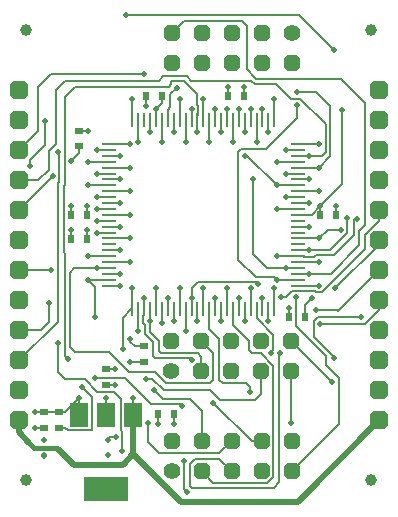
<source format=gbl>
G04 Layer_Physical_Order=4*
G04 Layer_Color=16711680*
%FSLAX44Y44*%
%MOMM*%
G71*
G01*
G75*
%ADD10R,0.8000X0.6000*%
%ADD11C,0.2000*%
G04:AMPARAMS|DCode=12|XSize=1.6002mm|YSize=1.6002mm|CornerRadius=0mm|HoleSize=0mm|Usage=FLASHONLY|Rotation=270.000|XOffset=0mm|YOffset=0mm|HoleType=Round|Shape=Octagon|*
%AMOCTAGOND12*
4,1,8,-0.4001,-0.8001,0.4001,-0.8001,0.8001,-0.4001,0.8001,0.4001,0.4001,0.8001,-0.4001,0.8001,-0.8001,0.4001,-0.8001,-0.4001,-0.4001,-0.8001,0.0*
%
%ADD12OCTAGOND12*%

%ADD13C,1.0000*%
G04:AMPARAMS|DCode=14|XSize=1.4mm|YSize=1.4mm|CornerRadius=0mm|HoleSize=0mm|Usage=FLASHONLY|Rotation=180.000|XOffset=0mm|YOffset=0mm|HoleType=Round|Shape=Octagon|*
%AMOCTAGOND14*
4,1,8,-0.7000,0.3500,-0.7000,-0.3500,-0.3500,-0.7000,0.3500,-0.7000,0.7000,-0.3500,0.7000,0.3500,0.3500,0.7000,-0.3500,0.7000,-0.7000,0.3500,0.0*
%
%ADD14OCTAGOND14*%

%ADD15C,1.4000*%
%ADD16C,0.5000*%
%ADD25R,0.2498X1.1998*%
%ADD26R,1.1998X0.2498*%
%ADD27R,1.4986X2.0066*%
%ADD28R,3.8100X2.0066*%
%ADD29R,0.6000X0.8000*%
%ADD30C,0.5000*%
%ADD31C,0.4000*%
D10*
X34290Y83058D02*
D03*
Y69596D02*
D03*
X86360Y106426D02*
D03*
Y119888D02*
D03*
X63500Y321564D02*
D03*
Y308102D02*
D03*
X118750Y125396D02*
D03*
Y138858D02*
D03*
X46990Y83058D02*
D03*
Y69596D02*
D03*
D11*
X57000Y296000D02*
X63500Y302500D01*
X51474Y275355D02*
Y349625D01*
X50546Y274427D02*
X51474Y275355D01*
Y349625D02*
X60452Y358603D01*
X63500Y302500D02*
Y308102D01*
X106500Y125750D02*
X118396D01*
X118750Y125396D01*
X100500Y136500D02*
Y163193D01*
X107506Y170199D01*
X107000Y142838D02*
Y145000D01*
X119380Y149722D02*
X126246Y142856D01*
X123849Y150911D02*
X131064Y143695D01*
X123849Y150911D02*
Y160430D01*
X131064Y135232D02*
Y143695D01*
X119380Y149722D02*
Y157181D01*
X126246Y131019D02*
Y142856D01*
Y131019D02*
X128278Y128987D01*
X157988D01*
X131064Y135232D02*
X133096Y133200D01*
X164100D01*
X118110Y158451D02*
X119380Y157181D01*
X118110Y158451D02*
Y165563D01*
X107000Y142838D02*
X110980Y138858D01*
X128850Y339970D02*
X133604Y344724D01*
Y350520D01*
X152229Y414229D02*
X201521D01*
X205486Y410264D01*
Y373589D02*
Y410264D01*
X230413Y361250D02*
X243071Y348592D01*
X212168Y361250D02*
X230413D01*
X209481Y363937D02*
X212168Y361250D01*
X158129Y363937D02*
X209481D01*
X285199Y365250D02*
X305728Y344721D01*
X213825Y365250D02*
X285199D01*
X205486Y373589D02*
X213825Y365250D01*
X233172Y23750D02*
Y132797D01*
X228472Y19050D02*
X233172Y23750D01*
X158900Y19050D02*
X228472D01*
X177350Y23050D02*
X222893D01*
X167350Y33050D02*
X177350Y23050D01*
X222893D02*
X228150Y28307D01*
X210312Y133200D02*
X217243D01*
X228150Y122293D01*
Y28307D02*
Y122293D01*
X157226Y20724D02*
X158900Y19050D01*
X247512Y155795D02*
Y180259D01*
Y155795D02*
X272470Y130837D01*
X263451Y185759D02*
X264509Y184700D01*
X243981Y185759D02*
X263451D01*
X238981Y180759D02*
X243981Y185759D01*
X234511Y180759D02*
X238981D01*
X262470Y160475D02*
X265692Y163697D01*
X262470Y146494D02*
Y160475D01*
Y146494D02*
X279146Y129818D01*
X265692Y163697D02*
X302172D01*
X302260Y163785D01*
X282800Y168500D02*
X317500Y203200D01*
X264263Y169258D02*
X282042D01*
X282800Y168500D01*
X254508Y173504D02*
X261013Y180009D01*
X254508Y163830D02*
Y173504D01*
X264509Y184700D02*
X269066D01*
X280670Y188169D02*
X317500Y224999D01*
X267970Y158197D02*
X306070D01*
X305307Y220941D02*
Y233035D01*
X269066Y184700D02*
X305307Y220941D01*
X133750Y158500D02*
Y170099D01*
X133849Y170199D01*
X123849Y160430D02*
Y170199D01*
X37775Y304475D02*
X43688Y310388D01*
X37775Y288525D02*
Y304475D01*
X28650Y279400D02*
X37775Y288525D01*
X12700Y279400D02*
X28650D01*
X22000Y291500D02*
Y296529D01*
X34544Y309073D01*
X12700Y254000D02*
X41402Y282702D01*
X46902Y278412D02*
Y302303D01*
X118110Y165563D02*
X118850D01*
X163850Y334981D02*
X164592D01*
X267716Y257312D02*
X286512Y276108D01*
X260604Y250200D02*
X267716Y257312D01*
Y257960D01*
Y250190D02*
Y257312D01*
X296806Y233515D02*
Y247097D01*
X51983Y83058D02*
X63754Y94830D01*
X34290Y83058D02*
X46990D01*
X26416D02*
X26520D01*
X158850Y179968D02*
Y188015D01*
X164471Y193636D01*
X213481D01*
X215138Y191979D01*
X272470Y123058D02*
Y130837D01*
Y123058D02*
X283718Y111810D01*
Y73218D02*
Y111810D01*
X243550Y33050D02*
X283718Y73218D01*
X152146Y17989D02*
X154686Y15449D01*
X152146Y17989D02*
Y41611D01*
X127079Y102180D02*
X134969Y94291D01*
X157378D01*
X167350Y84319D01*
Y58450D02*
Y84319D01*
X118850Y165563D02*
Y170199D01*
X157988Y128987D02*
X159512Y127463D01*
X217900Y98475D02*
Y117800D01*
X212954Y93529D02*
X217900Y98475D01*
X182778Y93529D02*
X212954D01*
X174498Y101809D02*
X182778Y93529D01*
X135382Y101809D02*
X174498D01*
X125730Y111461D02*
X135382Y101809D01*
X120544Y111461D02*
X125730D01*
X233172Y132797D02*
X233680Y133305D01*
X157226Y20724D02*
Y39071D01*
X161544Y43389D01*
X182411D01*
X192750Y33050D01*
X279146Y129241D02*
Y129818D01*
X225806Y133305D02*
X228092Y135591D01*
Y148291D01*
X213851Y162532D02*
X228092Y148291D01*
X213851Y162532D02*
Y170199D01*
X317500Y224999D02*
Y228600D01*
X142200Y404200D02*
X152229Y414229D01*
X305728Y241535D02*
Y344721D01*
X300806Y236613D02*
X305728Y241535D01*
X300806Y224309D02*
Y236613D01*
X276697Y200200D02*
X300806Y224309D01*
X258620Y200200D02*
X276697D01*
X228477Y197636D02*
X230914Y195199D01*
X213037Y197636D02*
X228477D01*
X198374Y212299D02*
X213037Y197636D01*
X198374Y212299D02*
Y303739D01*
X200406Y305771D01*
X221488D01*
X247904Y332187D01*
Y342855D01*
X243300Y143200D02*
X278130Y108370D01*
X100330Y50501D02*
Y66503D01*
X98806Y68027D02*
X100330Y66503D01*
X98806Y68027D02*
Y94443D01*
X92823Y100426D02*
X98806Y94443D01*
X78994Y100426D02*
X92823D01*
X68420Y111000D02*
X78994Y100426D01*
X51816Y111000D02*
X68420D01*
X45466Y117350D02*
X51816Y111000D01*
X45466Y117350D02*
Y141433D01*
X76708Y163531D02*
Y189403D01*
X70912Y195199D02*
X76708Y189403D01*
X167100Y143200D02*
X177292Y133008D01*
Y110699D02*
Y133008D01*
X174244Y107651D02*
X177292Y110699D01*
X136995Y107651D02*
X174244D01*
X127685Y116961D02*
X136995Y107651D01*
X106006Y116961D02*
X127685D01*
X89154Y133813D02*
X106006Y116961D01*
X59944Y133813D02*
X89154D01*
X55626Y138131D02*
X59944Y133813D01*
X55626Y138131D02*
Y201123D01*
X59702Y205199D01*
X79080D01*
X274286Y237699D02*
X285242D01*
X266787Y230200D02*
X274286Y237699D01*
X290806Y234683D02*
Y247306D01*
X276324Y220200D02*
X290806Y234683D01*
X258620Y220200D02*
X276324D01*
X296806Y247097D02*
X298958D01*
X279146Y215855D02*
X296806Y233515D01*
X263906Y215855D02*
X279146D01*
X262636Y214585D02*
X263906Y215855D01*
X254106Y214585D02*
X262636D01*
X253492Y215199D02*
X254106Y214585D01*
X248851Y215199D02*
X253492D01*
X34544Y309073D02*
Y329393D01*
X247904Y354539D02*
X264160D01*
X276352Y342347D01*
Y299765D02*
Y342347D01*
X266787Y290200D02*
X276352Y299765D01*
X12700Y203200D02*
X39876D01*
X103632Y419563D02*
X249682D01*
X279400Y389845D01*
X163850Y330201D02*
Y334981D01*
X164592D02*
Y342347D01*
X163322Y343617D02*
X164592Y342347D01*
X163322Y343617D02*
Y352307D01*
X152146Y363483D02*
X163322Y352307D01*
X141732Y363483D02*
X152146D01*
X141732Y360889D02*
Y363483D01*
X139446Y358603D02*
X141732Y360889D01*
X60452Y358603D02*
X139446D01*
X50546Y218335D02*
Y274427D01*
Y218335D02*
X51410Y217471D01*
Y130663D02*
Y217471D01*
Y130663D02*
X53848Y128225D01*
X177292Y91141D02*
X209983Y58450D01*
X218150D01*
X182515Y48215D02*
X192750Y58450D01*
X131318Y48215D02*
X182515D01*
X121666Y57867D02*
X131318Y48215D01*
X121666Y57867D02*
Y73869D01*
X107506Y170199D02*
X108850D01*
X243300Y73869D02*
Y117800D01*
X317500Y245228D02*
Y254000D01*
X305307Y233035D02*
X317500Y245228D01*
Y169627D02*
Y177800D01*
X306070Y158197D02*
X317500Y169627D01*
X222504Y205199D02*
X239082D01*
X210820Y216883D02*
X222504Y205199D01*
X210820Y216883D02*
Y280879D01*
X206186Y299929D02*
X230914Y275201D01*
X203962Y299929D02*
X206186D01*
X45466Y303739D02*
X46902Y302303D01*
X45466Y276975D02*
X46902Y278412D01*
X45466Y159766D02*
Y276975D01*
X12700Y127000D02*
X45466Y159766D01*
X43688Y310388D02*
Y355809D01*
X51816Y363937D01*
X131513D01*
X135060Y367483D01*
X154583D01*
X158129Y363937D01*
X243071Y348592D02*
X250803D01*
X272288Y327107D01*
Y303231D02*
Y327107D01*
X269257Y300200D02*
X272288Y303231D01*
X258620Y300200D02*
X269257D01*
X12700Y152400D02*
X31795D01*
X38544Y159148D01*
Y175977D01*
X148725Y90291D02*
X150497Y88519D01*
X124802Y90291D02*
X148725D01*
X102616Y112477D02*
X124802Y90291D01*
X77216Y112477D02*
X102616D01*
X207900Y135612D02*
X210312Y133200D01*
X207900Y135612D02*
Y143083D01*
X193851Y157132D02*
X207900Y143083D01*
X193851Y157132D02*
Y170199D01*
X66040Y104603D02*
X74422Y96221D01*
Y67773D02*
Y96221D01*
X53893Y67773D02*
X74422D01*
X52070Y69596D02*
X53893Y67773D01*
X46990Y69596D02*
X52070D01*
X39878Y369525D02*
X118308D01*
X28956Y358603D02*
X39878Y369525D01*
X28956Y321056D02*
Y358603D01*
X12700Y304800D02*
X28956Y321056D01*
X168850Y330201D02*
Y348138D01*
X230914Y295201D02*
X248851D01*
X208026Y100539D02*
Y104603D01*
X204978Y107651D02*
X208026Y104603D01*
X185420Y107651D02*
X204978D01*
X182372Y110699D02*
X185420Y107651D01*
X182372Y110699D02*
Y144850D01*
X173852Y153371D02*
X182372Y144850D01*
X173852Y153371D02*
Y170199D01*
X164100Y133200D02*
X167100Y130201D01*
Y117800D02*
Y130201D01*
X248851Y210200D02*
X266787D01*
X113849Y152262D02*
Y170199D01*
X248851Y190200D02*
X266787D01*
X46990Y83058D02*
X51983D01*
X89767Y61931D02*
X94617D01*
X87780Y59944D02*
X89767Y61931D01*
X286512Y276108D02*
Y338791D01*
X248851Y250200D02*
X260604D01*
X108850Y170199D02*
Y188136D01*
X248851Y310200D02*
X266787D01*
X228850Y330201D02*
Y348138D01*
X223851Y320432D02*
Y330201D01*
X218850D02*
Y339970D01*
X213851Y312264D02*
Y330201D01*
X208850D02*
Y339970D01*
X203851Y320432D02*
Y330201D01*
X188850D02*
Y339970D01*
X183851Y320432D02*
Y330201D01*
X173852Y312264D02*
Y330201D01*
X153849Y312264D02*
Y330201D01*
X148850D02*
Y348138D01*
X143849Y320432D02*
Y330201D01*
X140999Y352483D02*
X146499Y357983D01*
X140999Y341177D02*
Y352483D01*
X138850Y339029D02*
X140999Y341177D01*
X138850Y330201D02*
Y339029D01*
X133849Y312264D02*
Y330201D01*
X113849Y312264D02*
Y330201D01*
X108850D02*
Y348138D01*
X88849Y310200D02*
X106786D01*
X79080Y235199D02*
X88849D01*
X158850Y170199D02*
Y179968D01*
X153849Y152262D02*
Y170199D01*
X148850D02*
Y188136D01*
X143849Y160430D02*
Y170199D01*
X138850D02*
Y179968D01*
X118850Y170199D02*
Y179968D01*
X208850Y170199D02*
Y188136D01*
X188850Y170199D02*
Y188136D01*
X183851Y160430D02*
Y170199D01*
X178850D02*
Y179968D01*
X163850Y320432D02*
Y330201D01*
X168850Y170199D02*
Y188136D01*
X158850Y330201D02*
Y339970D01*
X130556Y73510D02*
Y81280D01*
X109474Y81026D02*
Y94830D01*
X79080Y305201D02*
X88849D01*
Y300200D02*
X98618D01*
X70912Y295201D02*
X88849D01*
Y290200D02*
X106786D01*
X79080Y285201D02*
X88849D01*
Y280200D02*
X98618D01*
X70912Y275201D02*
X88849D01*
Y270200D02*
X106786D01*
X79080Y265201D02*
X88849D01*
X79080Y255201D02*
X88849D01*
X218850Y170199D02*
Y179968D01*
X223851Y160430D02*
Y170199D01*
X228850D02*
Y188136D01*
X239082Y205199D02*
X248851D01*
Y200200D02*
X258620D01*
X230914Y195199D02*
X248851D01*
X88849Y190200D02*
X98618D01*
X70912Y195199D02*
X88849D01*
X86614Y81026D02*
Y94830D01*
X86360Y106426D02*
X94130D01*
X88849Y230200D02*
X106786D01*
X70104Y229870D02*
Y237640D01*
Y250190D02*
Y257960D01*
X88849Y250200D02*
X106786D01*
X63500Y321564D02*
X71270D01*
X163850Y160430D02*
Y170199D01*
X203851Y160430D02*
Y170199D01*
X241046Y163830D02*
Y171600D01*
X178850Y330201D02*
Y339970D01*
X198850Y330201D02*
Y339970D01*
X248851Y270200D02*
X266787D01*
X203454Y350520D02*
Y358290D01*
X128850Y330201D02*
Y339970D01*
X88849Y200200D02*
X98618D01*
X79080Y205199D02*
X88849D01*
Y210200D02*
X106786D01*
X70912Y215199D02*
X88849D01*
Y220200D02*
X98618D01*
X88849Y240200D02*
X98618D01*
X79080Y245199D02*
X88849D01*
X248851Y230200D02*
X266787D01*
X248851Y220200D02*
X258620D01*
X230914Y215199D02*
X248851D01*
X239082Y305201D02*
X248851D01*
Y300200D02*
X258620D01*
X248851Y290200D02*
X266787D01*
X239082Y285201D02*
X248851D01*
Y280200D02*
X258620D01*
X230914Y255201D02*
X248851D01*
X230914Y275201D02*
X248851D01*
Y240200D02*
X258620D01*
X26520Y69596D02*
X34290D01*
X86360Y119888D02*
X94130D01*
X110980Y138858D02*
X118750D01*
X56642Y229870D02*
Y237640D01*
X88849Y260200D02*
X98618D01*
X123849Y320432D02*
Y330201D01*
X144018Y73510D02*
Y81280D01*
X128850Y170199D02*
Y188136D01*
X198850Y170199D02*
Y179968D01*
X248851Y260200D02*
X258620D01*
X281178Y250190D02*
Y257960D01*
X239082Y265201D02*
X248851D01*
X193851Y312264D02*
Y330201D01*
X189992Y350520D02*
Y358290D01*
X56642Y250190D02*
Y257960D01*
X120142Y342750D02*
Y350520D01*
X63754Y81026D02*
Y94830D01*
X26520Y83058D02*
X34290D01*
D12*
X12700Y355600D02*
D03*
Y330200D02*
D03*
Y304800D02*
D03*
Y279400D02*
D03*
Y254000D02*
D03*
Y228600D02*
D03*
Y203200D02*
D03*
Y177800D02*
D03*
Y152400D02*
D03*
Y127000D02*
D03*
Y101600D02*
D03*
Y76200D02*
D03*
X317500Y355600D02*
D03*
Y330200D02*
D03*
Y304800D02*
D03*
Y279400D02*
D03*
Y254000D02*
D03*
Y228600D02*
D03*
Y203200D02*
D03*
Y177800D02*
D03*
Y152400D02*
D03*
Y127000D02*
D03*
Y101600D02*
D03*
Y76200D02*
D03*
D13*
X19050Y25400D02*
D03*
X310896D02*
D03*
X19050Y406400D02*
D03*
X311150D02*
D03*
D14*
X142200Y378800D02*
D03*
Y404200D02*
D03*
X167600Y378800D02*
D03*
Y404200D02*
D03*
X193000Y378800D02*
D03*
Y404200D02*
D03*
X218400Y378800D02*
D03*
Y404200D02*
D03*
X243800Y378800D02*
D03*
X141700Y143200D02*
D03*
X167100Y117800D02*
D03*
Y143200D02*
D03*
X192500Y117800D02*
D03*
Y143200D02*
D03*
X217900Y117800D02*
D03*
Y143200D02*
D03*
X243300Y117800D02*
D03*
Y143200D02*
D03*
X141950Y58450D02*
D03*
X167350Y33050D02*
D03*
Y58450D02*
D03*
X192750Y33050D02*
D03*
Y58450D02*
D03*
X218150Y33050D02*
D03*
Y58450D02*
D03*
X243550Y33050D02*
D03*
Y58450D02*
D03*
D15*
X243800Y404200D02*
D03*
X141700Y117800D02*
D03*
X141950Y33050D02*
D03*
D16*
X57000Y296000D02*
D03*
X106500Y125750D02*
D03*
X100500Y136500D02*
D03*
X107000Y145000D02*
D03*
X34036Y46437D02*
D03*
X234511Y180759D02*
D03*
X247512Y180259D02*
D03*
X264263Y169258D02*
D03*
X261013Y180009D02*
D03*
X280670Y188169D02*
D03*
X267970Y158197D02*
D03*
X133750Y158500D02*
D03*
X22000Y291500D02*
D03*
X41402Y282702D02*
D03*
X215138Y191979D02*
D03*
X154686Y15449D02*
D03*
X152146Y41611D02*
D03*
X127079Y102180D02*
D03*
X159512Y127463D02*
D03*
X120544Y111461D02*
D03*
X233680Y133305D02*
D03*
X302260Y163785D02*
D03*
X279146Y129241D02*
D03*
X225806Y133305D02*
D03*
X247904Y342855D02*
D03*
X278130Y108370D02*
D03*
X100330Y50501D02*
D03*
X45466Y141433D02*
D03*
X76708Y163531D02*
D03*
X285242Y237699D02*
D03*
X290806Y247306D02*
D03*
X298958Y247097D02*
D03*
X34544Y329393D02*
D03*
X247904Y354539D02*
D03*
X39876Y203200D02*
D03*
X103632Y419563D02*
D03*
X279400Y389845D02*
D03*
X53848Y128225D02*
D03*
X177292Y91141D02*
D03*
X121666Y73869D02*
D03*
X243300D02*
D03*
X210820Y280879D02*
D03*
X203962Y299929D02*
D03*
X45466Y303739D02*
D03*
X38544Y175977D02*
D03*
X77216Y112477D02*
D03*
X66040Y104603D02*
D03*
X118308Y369525D02*
D03*
X208026Y100539D02*
D03*
X286512Y338791D02*
D03*
X94130Y106426D02*
D03*
Y119888D02*
D03*
X130556Y73510D02*
D03*
X144018D02*
D03*
X94617Y61931D02*
D03*
X150497Y88519D02*
D03*
X34140Y46482D02*
D03*
Y59944D02*
D03*
X87780Y46482D02*
D03*
Y59944D02*
D03*
X79080Y255201D02*
D03*
Y235199D02*
D03*
X188850Y339970D02*
D03*
X146499Y357983D02*
D03*
X128850Y339970D02*
D03*
X208850D02*
D03*
X98618Y190200D02*
D03*
X266787Y310200D02*
D03*
X239082Y305201D02*
D03*
X258620Y300200D02*
D03*
X230914Y295201D02*
D03*
X266787Y290200D02*
D03*
X239082Y285201D02*
D03*
X258620Y280200D02*
D03*
X230914Y275201D02*
D03*
X266787Y270200D02*
D03*
X239082Y265201D02*
D03*
X258620Y260200D02*
D03*
X230914Y255201D02*
D03*
X258620Y240200D02*
D03*
X266787Y230200D02*
D03*
X258620Y220200D02*
D03*
X230914Y215199D02*
D03*
X266787Y210200D02*
D03*
X239082Y205199D02*
D03*
X258620Y200200D02*
D03*
X230914Y195199D02*
D03*
X266787Y190200D02*
D03*
X106786Y310200D02*
D03*
X79080Y305201D02*
D03*
X98618Y300200D02*
D03*
X70912Y295201D02*
D03*
X106786Y290200D02*
D03*
X79080Y285201D02*
D03*
X98618Y280200D02*
D03*
X70912Y275201D02*
D03*
X106786Y270200D02*
D03*
X79080Y265201D02*
D03*
X98618Y260200D02*
D03*
X106786Y250200D02*
D03*
X79080Y245199D02*
D03*
X98618Y240200D02*
D03*
X106786Y230200D02*
D03*
X98618Y220200D02*
D03*
X70912Y215199D02*
D03*
X106786Y210200D02*
D03*
X79080Y205199D02*
D03*
X98618Y200200D02*
D03*
X70912Y195199D02*
D03*
X228850Y348138D02*
D03*
X223851Y320432D02*
D03*
X218850Y339970D02*
D03*
X213851Y312264D02*
D03*
X203851Y320432D02*
D03*
X198850Y339970D02*
D03*
X193851Y312264D02*
D03*
X183851Y320432D02*
D03*
X178850Y339970D02*
D03*
X173852Y312264D02*
D03*
X168850Y348138D02*
D03*
X163850Y320432D02*
D03*
X158850Y339970D02*
D03*
X153849Y312264D02*
D03*
X148850Y348138D02*
D03*
X143849Y320432D02*
D03*
X133849Y312264D02*
D03*
X123849Y320432D02*
D03*
X113849Y312264D02*
D03*
X108850Y348138D02*
D03*
X228850Y188136D02*
D03*
X223851Y160430D02*
D03*
X218850Y179968D02*
D03*
X208850Y188136D02*
D03*
X203851Y160430D02*
D03*
X198850Y179968D02*
D03*
X188850Y188136D02*
D03*
X183851Y160430D02*
D03*
X178850Y179968D02*
D03*
X168850Y188136D02*
D03*
X163850Y160430D02*
D03*
X158850Y179968D02*
D03*
X153849Y152262D02*
D03*
X148850Y188136D02*
D03*
X143849Y160430D02*
D03*
X138850Y179968D02*
D03*
X128850Y188136D02*
D03*
X123849Y160430D02*
D03*
X118850Y179968D02*
D03*
X113849Y152262D02*
D03*
X108850Y188136D02*
D03*
X189992Y358290D02*
D03*
X203454D02*
D03*
X267716Y257960D02*
D03*
X281178D02*
D03*
X71270Y321564D02*
D03*
X56642Y237640D02*
D03*
X70104D02*
D03*
X120142Y342750D02*
D03*
X56642Y257960D02*
D03*
X70104D02*
D03*
X86614Y94830D02*
D03*
X63754D02*
D03*
X109474D02*
D03*
X241046Y171600D02*
D03*
X26520Y69596D02*
D03*
Y83058D02*
D03*
D25*
X228850Y330201D02*
D03*
X223851D02*
D03*
X218850D02*
D03*
X213851D02*
D03*
X208850D02*
D03*
X203851D02*
D03*
X198850D02*
D03*
X193851D02*
D03*
X188850D02*
D03*
X183851D02*
D03*
X178850D02*
D03*
X173852D02*
D03*
X168850D02*
D03*
X163850D02*
D03*
X158850D02*
D03*
X153849D02*
D03*
X148850D02*
D03*
X143849D02*
D03*
X138850D02*
D03*
X133849D02*
D03*
X128850D02*
D03*
X123849D02*
D03*
X118850D02*
D03*
X113849D02*
D03*
X108850D02*
D03*
Y170199D02*
D03*
X113849D02*
D03*
X118850D02*
D03*
X123849D02*
D03*
X128850D02*
D03*
X133849D02*
D03*
X138850D02*
D03*
X143849D02*
D03*
X148850D02*
D03*
X153849D02*
D03*
X158850D02*
D03*
X163850D02*
D03*
X168850D02*
D03*
X173852D02*
D03*
X178850D02*
D03*
X183851D02*
D03*
X188850D02*
D03*
X193851D02*
D03*
X198850D02*
D03*
X203851D02*
D03*
X208850D02*
D03*
X213851D02*
D03*
X218850D02*
D03*
X223851D02*
D03*
X228850D02*
D03*
D26*
X88849Y310200D02*
D03*
Y305201D02*
D03*
Y300200D02*
D03*
Y295201D02*
D03*
Y290200D02*
D03*
Y285201D02*
D03*
Y280200D02*
D03*
Y275201D02*
D03*
Y270200D02*
D03*
Y265201D02*
D03*
Y260200D02*
D03*
Y255201D02*
D03*
Y250200D02*
D03*
Y245199D02*
D03*
Y240200D02*
D03*
Y235199D02*
D03*
Y230200D02*
D03*
Y225199D02*
D03*
Y220200D02*
D03*
Y215199D02*
D03*
Y210200D02*
D03*
Y205199D02*
D03*
Y200200D02*
D03*
Y195199D02*
D03*
Y190200D02*
D03*
X248851D02*
D03*
Y195199D02*
D03*
Y200200D02*
D03*
Y205199D02*
D03*
Y210200D02*
D03*
Y215199D02*
D03*
Y220200D02*
D03*
Y225199D02*
D03*
Y230200D02*
D03*
Y235199D02*
D03*
Y240200D02*
D03*
Y245199D02*
D03*
Y250200D02*
D03*
Y255201D02*
D03*
Y260200D02*
D03*
Y265201D02*
D03*
Y270200D02*
D03*
Y275201D02*
D03*
Y280200D02*
D03*
Y285201D02*
D03*
Y290200D02*
D03*
Y295201D02*
D03*
Y300200D02*
D03*
Y305201D02*
D03*
Y310200D02*
D03*
D27*
X63754Y81026D02*
D03*
X86614D02*
D03*
X109474D02*
D03*
D28*
X86360Y18034D02*
D03*
D29*
X241046Y163830D02*
D03*
X254508D02*
D03*
X130556Y81280D02*
D03*
X144018D02*
D03*
X203454Y350520D02*
D03*
X189992D02*
D03*
X267716Y250190D02*
D03*
X281178D02*
D03*
X70104Y229870D02*
D03*
X56642D02*
D03*
X133604Y350520D02*
D03*
X120142D02*
D03*
X70104Y250190D02*
D03*
X56642D02*
D03*
D30*
X12700Y65995D02*
X21250Y57445D01*
X12700Y65995D02*
Y76200D01*
X45974Y52025D02*
X59182Y38817D01*
X149860Y7321D02*
X248621D01*
X109474Y47707D02*
X149860Y7321D01*
X248621D02*
X317500Y76200D01*
X109474Y47707D02*
Y81026D01*
X100584Y38817D02*
X109474Y47707D01*
X59182Y38817D02*
X100584D01*
D31*
X25713Y52982D02*
X45017D01*
X21250Y57445D02*
X25713Y52982D01*
M02*

</source>
